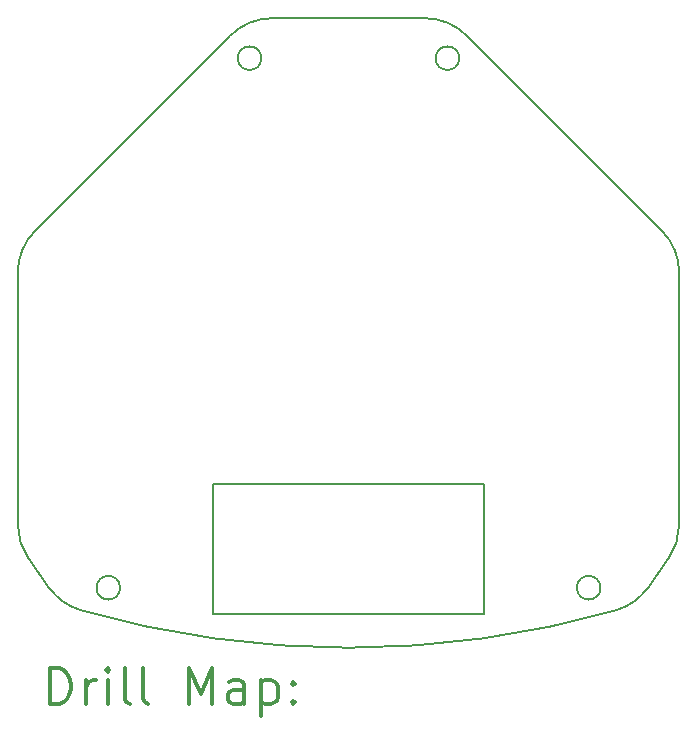
<source format=gbr>
%FSLAX45Y45*%
G04 Gerber Fmt 4.5, Leading zero omitted, Abs format (unit mm)*
G04 Created by KiCad (PCBNEW (5.1.10)-1) date 2022-02-14 20:25:47*
%MOMM*%
%LPD*%
G01*
G04 APERTURE LIST*
%TA.AperFunction,Profile*%
%ADD10C,0.150000*%
%TD*%
%TA.AperFunction,Profile*%
%ADD11C,0.200000*%
%TD*%
%ADD12C,0.200000*%
%ADD13C,0.300000*%
G04 APERTURE END LIST*
D10*
X15861687Y-7517693D02*
G75*
G03*
X15861687Y-7517693I-100000J0D01*
G01*
X14186110Y-7517693D02*
G75*
G03*
X14186110Y-7517693I-100000J0D01*
G01*
X17057297Y-12001500D02*
G75*
G03*
X17057297Y-12001500I-100000J0D01*
G01*
X12990500Y-12001500D02*
G75*
G03*
X12990500Y-12001500I-100000J0D01*
G01*
D11*
X15570345Y-7179633D02*
G75*
G02*
X15923899Y-7326080I0J-500000D01*
G01*
X14277452Y-7179633D02*
X15570345Y-7179633D01*
X12661020Y-12192824D02*
G75*
G02*
X12390500Y-12001500I137144J480824D01*
G01*
X17577452Y-8979633D02*
G75*
G02*
X17723899Y-9333187I-353553J-353553D01*
G01*
X12123899Y-9333187D02*
G75*
G02*
X12270345Y-8979633I500000J0D01*
G01*
X17186777Y-12192825D02*
G75*
G02*
X12661020Y-12192825I-2262879J7933592D01*
G01*
X17723899Y-11466605D02*
G75*
G02*
X17631563Y-11756104I-500000J0D01*
G01*
X16073899Y-11126666D02*
X13773899Y-11126666D01*
X12390500Y-12001500D02*
X12216234Y-11756104D01*
X13773899Y-12226666D02*
X16073899Y-12226666D01*
X12270345Y-8979633D02*
X13923899Y-7326080D01*
X13923899Y-7326080D02*
G75*
G02*
X14277452Y-7179633I353553J-353553D01*
G01*
X15923899Y-7326080D02*
X17577452Y-8979633D01*
X17631563Y-11756104D02*
X17457297Y-12001500D01*
X17723899Y-9333187D02*
X17723899Y-11466605D01*
X16073899Y-12226666D02*
X16073899Y-11126666D01*
X12123899Y-11466605D02*
X12123899Y-9333187D01*
X12216234Y-11756104D02*
G75*
G02*
X12123899Y-11466605I407664J289499D01*
G01*
X17457297Y-12001500D02*
G75*
G02*
X17186777Y-12192825I-407664J289499D01*
G01*
X13773899Y-11126666D02*
X13773899Y-12226666D01*
D12*
D13*
X12400327Y-12984947D02*
X12400327Y-12684947D01*
X12471756Y-12684947D01*
X12514613Y-12699233D01*
X12543184Y-12727804D01*
X12557470Y-12756376D01*
X12571756Y-12813518D01*
X12571756Y-12856376D01*
X12557470Y-12913518D01*
X12543184Y-12942090D01*
X12514613Y-12970661D01*
X12471756Y-12984947D01*
X12400327Y-12984947D01*
X12700327Y-12984947D02*
X12700327Y-12784947D01*
X12700327Y-12842090D02*
X12714613Y-12813518D01*
X12728899Y-12799233D01*
X12757470Y-12784947D01*
X12786041Y-12784947D01*
X12886041Y-12984947D02*
X12886041Y-12784947D01*
X12886041Y-12684947D02*
X12871756Y-12699233D01*
X12886041Y-12713518D01*
X12900327Y-12699233D01*
X12886041Y-12684947D01*
X12886041Y-12713518D01*
X13071756Y-12984947D02*
X13043184Y-12970661D01*
X13028899Y-12942090D01*
X13028899Y-12684947D01*
X13228899Y-12984947D02*
X13200327Y-12970661D01*
X13186041Y-12942090D01*
X13186041Y-12684947D01*
X13571756Y-12984947D02*
X13571756Y-12684947D01*
X13671756Y-12899233D01*
X13771756Y-12684947D01*
X13771756Y-12984947D01*
X14043184Y-12984947D02*
X14043184Y-12827804D01*
X14028899Y-12799233D01*
X14000327Y-12784947D01*
X13943184Y-12784947D01*
X13914613Y-12799233D01*
X14043184Y-12970661D02*
X14014613Y-12984947D01*
X13943184Y-12984947D01*
X13914613Y-12970661D01*
X13900327Y-12942090D01*
X13900327Y-12913518D01*
X13914613Y-12884947D01*
X13943184Y-12870661D01*
X14014613Y-12870661D01*
X14043184Y-12856376D01*
X14186041Y-12784947D02*
X14186041Y-13084947D01*
X14186041Y-12799233D02*
X14214613Y-12784947D01*
X14271756Y-12784947D01*
X14300327Y-12799233D01*
X14314613Y-12813518D01*
X14328899Y-12842090D01*
X14328899Y-12927804D01*
X14314613Y-12956376D01*
X14300327Y-12970661D01*
X14271756Y-12984947D01*
X14214613Y-12984947D01*
X14186041Y-12970661D01*
X14457470Y-12956376D02*
X14471756Y-12970661D01*
X14457470Y-12984947D01*
X14443184Y-12970661D01*
X14457470Y-12956376D01*
X14457470Y-12984947D01*
X14457470Y-12799233D02*
X14471756Y-12813518D01*
X14457470Y-12827804D01*
X14443184Y-12813518D01*
X14457470Y-12799233D01*
X14457470Y-12827804D01*
M02*

</source>
